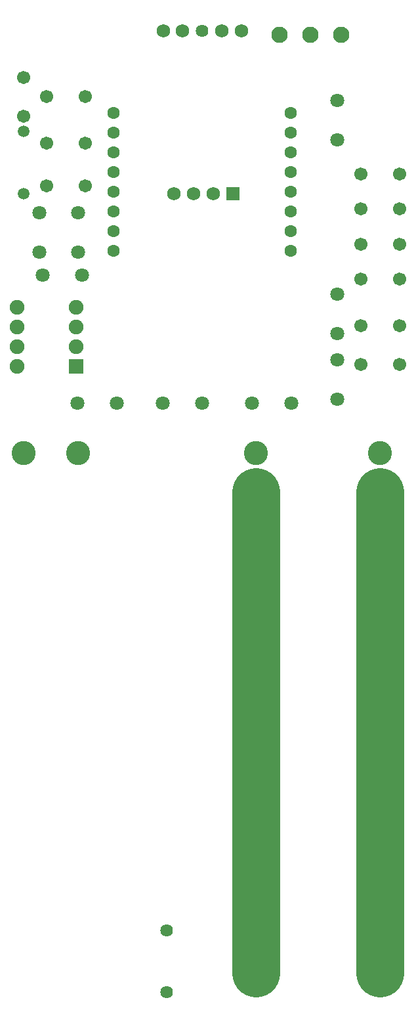
<source format=gbs>
G04 Layer: BottomSolderMaskLayer*
G04 EasyEDA v6.5.46, 2025-07-26 15:58:12*
G04 6a7e19aa2f684b7bb05dc37647730589,ba325f3f76be48ccbdad7cc867071ff5,10*
G04 Gerber Generator version 0.2*
G04 Scale: 100 percent, Rotated: No, Reflected: No *
G04 Dimensions in millimeters *
G04 leading zeros omitted , absolute positions ,4 integer and 5 decimal *
%FSLAX45Y45*%
%MOMM*%

%AMMACRO1*4,1,8,-0.9207,-0.95,-0.95,-0.9207,-0.95,0.9207,-0.9207,0.95,0.9207,0.95,0.95,0.9207,0.95,-0.9207,0.9207,-0.95,-0.9207,-0.95,0*%
%AMMACRO2*4,1,8,-0.8041,-0.8636,-0.8636,-0.8041,-0.8636,0.8041,-0.8041,0.8636,0.8041,0.8636,0.8636,0.8041,0.8636,-0.8041,0.8041,-0.8636,-0.8041,-0.8636,0*%
%ADD10C,6.2036*%
%ADD11C,1.7272*%
%ADD12C,1.6256*%
%ADD13C,1.7016*%
%ADD14C,1.8016*%
%ADD15C,1.5000*%
%ADD16C,3.1016*%
%ADD17C,1.6016*%
%ADD18MACRO1*%
%ADD19C,1.9000*%
%ADD20MACRO2*%
%ADD21C,2.1016*%

%LPD*%
D10*
X3399993Y-6099987D02*
G01*
X3399993Y-12299975D01*
X4999990Y-6099987D02*
G01*
X4999990Y-12299975D01*
D11*
G01*
X2206752Y-150113D03*
G01*
X2453893Y-150113D03*
D12*
G01*
X2707893Y-150113D03*
D11*
G01*
X2961893Y-150113D03*
G01*
X3215893Y-150113D03*
D13*
G01*
X5250002Y-1999995D03*
G01*
X4750003Y-1999995D03*
G01*
X5250002Y-2450007D03*
G01*
X4750003Y-2450007D03*
G01*
X4750003Y-2899994D03*
G01*
X5250002Y-2899994D03*
G01*
X5250002Y-3350005D03*
G01*
X4750003Y-3350005D03*
G01*
X4750003Y-4450003D03*
G01*
X5250002Y-4450003D03*
G01*
X699998Y-2150008D03*
G01*
X1199997Y-2150008D03*
G01*
X699998Y-1599996D03*
G01*
X1199997Y-1599996D03*
G01*
X399999Y-1250010D03*
G01*
X399999Y-750011D03*
G01*
X699998Y-999997D03*
G01*
X1199997Y-999997D03*
G01*
X4750003Y-3950004D03*
G01*
X5250002Y-3950004D03*
D14*
G01*
X4450003Y-1553997D03*
G01*
X4450003Y-1045997D03*
G01*
X4450003Y-4904003D03*
G01*
X4450003Y-4396003D03*
G01*
X645998Y-3299993D03*
G01*
X1153998Y-3299993D03*
G01*
X599998Y-3004007D03*
G01*
X599998Y-2496007D03*
G01*
X1099997Y-3004007D03*
G01*
X1099997Y-2496007D03*
G01*
X1096010Y-4950002D03*
G01*
X1604010Y-4950002D03*
G01*
X2196007Y-4950002D03*
G01*
X2704007Y-4950002D03*
G01*
X3345941Y-4949952D03*
G01*
X3853941Y-4949952D03*
G01*
X4450003Y-4053992D03*
G01*
X4450003Y-3545992D03*
D12*
G01*
X2250008Y-12549987D03*
G01*
X2250008Y-11749989D03*
D15*
G01*
X399999Y-1450009D03*
G01*
X399999Y-2250008D03*
D16*
G01*
X3399993Y-5599988D03*
G01*
X4999990Y-5599988D03*
G01*
X399999Y-5599988D03*
G01*
X1099997Y-5599988D03*
D17*
G01*
X3842994Y-2988995D03*
G01*
X3842994Y-2734995D03*
G01*
X3842994Y-2480995D03*
G01*
X3842994Y-2226995D03*
G01*
X3842994Y-1972995D03*
G01*
X3842994Y-1718995D03*
G01*
X3842994Y-1464995D03*
G01*
X3842994Y-1210995D03*
G01*
X1556994Y-1210995D03*
G01*
X1556994Y-1464995D03*
G01*
X1556994Y-1718995D03*
G01*
X1556994Y-1972995D03*
G01*
X1556994Y-2226995D03*
G01*
X1556994Y-2480995D03*
G01*
X1556994Y-2734995D03*
G01*
X1556994Y-2988995D03*
D18*
G01*
X1080998Y-4480991D03*
D19*
G01*
X1080998Y-4226991D03*
G01*
X1080998Y-3972991D03*
G01*
X1080998Y-3718991D03*
G01*
X318998Y-3718991D03*
G01*
X318998Y-3972991D03*
G01*
X318998Y-4226991D03*
G01*
X318998Y-4480991D03*
D20*
G01*
X3099993Y-2249995D03*
D11*
G01*
X2845993Y-2249995D03*
G01*
X2591993Y-2249995D03*
G01*
X2337993Y-2249995D03*
D21*
G01*
X3699992Y-199999D03*
G01*
X4099991Y-199999D03*
G01*
X4499990Y-199999D03*
M02*

</source>
